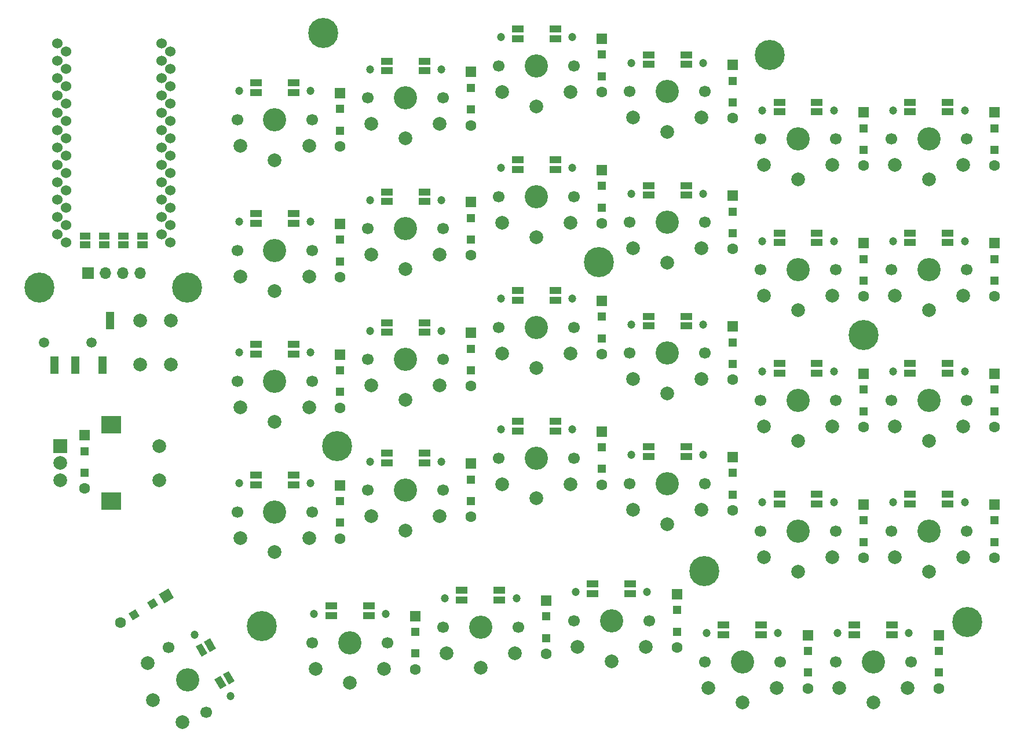
<source format=gbr>
%TF.GenerationSoftware,KiCad,Pcbnew,(5.1.8)-1*%
%TF.CreationDate,2021-02-13T18:12:48-08:00*%
%TF.ProjectId,Dualies,4475616c-6965-4732-9e6b-696361645f70,rev?*%
%TF.SameCoordinates,Original*%
%TF.FileFunction,Soldermask,Bot*%
%TF.FilePolarity,Negative*%
%FSLAX46Y46*%
G04 Gerber Fmt 4.6, Leading zero omitted, Abs format (unit mm)*
G04 Created by KiCad (PCBNEW (5.1.8)-1) date 2021-02-13 18:12:48*
%MOMM*%
%LPD*%
G01*
G04 APERTURE LIST*
%ADD10R,1.700000X1.000000*%
%ADD11C,0.100000*%
%ADD12C,1.200000*%
%ADD13C,2.000000*%
%ADD14C,1.700000*%
%ADD15C,3.400000*%
%ADD16C,4.400000*%
%ADD17C,0.700000*%
%ADD18R,1.600000X1.600000*%
%ADD19C,1.600000*%
%ADD20R,1.200000X1.200000*%
%ADD21R,1.200000X2.500000*%
%ADD22C,1.500000*%
%ADD23R,1.700000X1.700000*%
%ADD24O,1.700000X1.700000*%
%ADD25R,1.500000X1.000000*%
%ADD26R,3.000000X2.500000*%
%ADD27R,2.000000X2.000000*%
%ADD28C,1.524000*%
G04 APERTURE END LIST*
D10*
%TO.C,LED0*%
X96718750Y-36043750D03*
X102218750Y-34643750D03*
X96718750Y-34643750D03*
X102218750Y-36043750D03*
%TD*%
%TO.C,LED29*%
X184187500Y-115356250D03*
X189687500Y-113956250D03*
X184187500Y-113956250D03*
X189687500Y-115356250D03*
%TD*%
%TO.C,LED1*%
X115843750Y-32856250D03*
X121343750Y-31456250D03*
X115843750Y-31456250D03*
X121343750Y-32856250D03*
%TD*%
%TO.C,LED2*%
X134968750Y-28168750D03*
X140468750Y-26768750D03*
X134968750Y-26768750D03*
X140468750Y-28168750D03*
%TD*%
%TO.C,LED3*%
X154093750Y-31918750D03*
X159593750Y-30518750D03*
X154093750Y-30518750D03*
X159593750Y-31918750D03*
%TD*%
%TO.C,LED4*%
X173218750Y-38856250D03*
X178718750Y-37456250D03*
X173218750Y-37456250D03*
X178718750Y-38856250D03*
%TD*%
%TO.C,LED5*%
X192343750Y-38856250D03*
X197843750Y-37456250D03*
X192343750Y-37456250D03*
X197843750Y-38856250D03*
%TD*%
%TO.C,LED6*%
X102218750Y-53768750D03*
X96718750Y-55168750D03*
X102218750Y-55168750D03*
X96718750Y-53768750D03*
%TD*%
%TO.C,LED7*%
X121343750Y-50581250D03*
X115843750Y-51981250D03*
X121343750Y-51981250D03*
X115843750Y-50581250D03*
%TD*%
%TO.C,LED8*%
X140468750Y-45893750D03*
X134968750Y-47293750D03*
X140468750Y-47293750D03*
X134968750Y-45893750D03*
%TD*%
%TO.C,LED9*%
X159593750Y-49643750D03*
X154093750Y-51043750D03*
X159593750Y-51043750D03*
X154093750Y-49643750D03*
%TD*%
%TO.C,LED10*%
X178718750Y-56581250D03*
X173218750Y-57981250D03*
X178718750Y-57981250D03*
X173218750Y-56581250D03*
%TD*%
%TO.C,LED11*%
X197843750Y-56581250D03*
X192343750Y-57981250D03*
X197843750Y-57981250D03*
X192343750Y-56581250D03*
%TD*%
%TO.C,LED12*%
X96718750Y-74293750D03*
X102218750Y-72893750D03*
X96718750Y-72893750D03*
X102218750Y-74293750D03*
%TD*%
%TO.C,LED13*%
X115843750Y-71106250D03*
X121343750Y-69706250D03*
X115843750Y-69706250D03*
X121343750Y-71106250D03*
%TD*%
%TO.C,LED14*%
X134968750Y-66418750D03*
X140468750Y-65018750D03*
X134968750Y-65018750D03*
X140468750Y-66418750D03*
%TD*%
%TO.C,LED15*%
X154093750Y-70168750D03*
X159593750Y-68768750D03*
X154093750Y-68768750D03*
X159593750Y-70168750D03*
%TD*%
%TO.C,LED16*%
X173218750Y-77106250D03*
X178718750Y-75706250D03*
X173218750Y-75706250D03*
X178718750Y-77106250D03*
%TD*%
%TO.C,LED17*%
X192343750Y-77106250D03*
X197843750Y-75706250D03*
X192343750Y-75706250D03*
X197843750Y-77106250D03*
%TD*%
%TO.C,LED18*%
X102218750Y-92018750D03*
X96718750Y-93418750D03*
X102218750Y-93418750D03*
X96718750Y-92018750D03*
%TD*%
%TO.C,LED19*%
X121343750Y-88831250D03*
X115843750Y-90231250D03*
X121343750Y-90231250D03*
X115843750Y-88831250D03*
%TD*%
%TO.C,LED20*%
X140468750Y-84143750D03*
X134968750Y-85543750D03*
X140468750Y-85543750D03*
X134968750Y-84143750D03*
%TD*%
%TO.C,LED21*%
X159593750Y-87893750D03*
X154093750Y-89293750D03*
X159593750Y-89293750D03*
X154093750Y-87893750D03*
%TD*%
%TO.C,LED22*%
X178718750Y-94831250D03*
X173218750Y-96231250D03*
X178718750Y-96231250D03*
X173218750Y-94831250D03*
%TD*%
%TO.C,LED23*%
X197843750Y-94831250D03*
X192343750Y-96231250D03*
X197843750Y-96231250D03*
X192343750Y-94831250D03*
%TD*%
D11*
%TO.C,LED24*%
G36*
X89626795Y-118079552D02*
G01*
X88760769Y-118579552D01*
X87910769Y-117107308D01*
X88776795Y-116607308D01*
X89626795Y-118079552D01*
G37*
G36*
X93589231Y-122142692D02*
G01*
X92723205Y-122642692D01*
X91873205Y-121170448D01*
X92739231Y-120670448D01*
X93589231Y-122142692D01*
G37*
G36*
X90839231Y-117379552D02*
G01*
X89973205Y-117879552D01*
X89123205Y-116407308D01*
X89989231Y-115907308D01*
X90839231Y-117379552D01*
G37*
G36*
X92376795Y-122842692D02*
G01*
X91510769Y-123342692D01*
X90660769Y-121870448D01*
X91526795Y-121370448D01*
X92376795Y-122842692D01*
G37*
%TD*%
D10*
%TO.C,LED25*%
X107687500Y-112543750D03*
X113187500Y-111143750D03*
X107687500Y-111143750D03*
X113187500Y-112543750D03*
%TD*%
%TO.C,LED26*%
X126812500Y-110293750D03*
X132312500Y-108893750D03*
X126812500Y-108893750D03*
X132312500Y-110293750D03*
%TD*%
%TO.C,LED27*%
X145937500Y-109356250D03*
X151437500Y-107956250D03*
X145937500Y-107956250D03*
X151437500Y-109356250D03*
%TD*%
%TO.C,LED28*%
X165062500Y-115356250D03*
X170562500Y-113956250D03*
X165062500Y-113956250D03*
X170562500Y-115356250D03*
%TD*%
D12*
%TO.C,K11*%
X189873750Y-57768750D03*
X200313750Y-57768750D03*
D13*
X190093750Y-65768750D03*
X200093750Y-65768750D03*
X195093750Y-67868750D03*
D14*
X200593750Y-61968750D03*
X189593750Y-61968750D03*
D15*
X195093750Y-61968750D03*
%TD*%
D16*
%TO.C,REF\u002A\u002A*%
X65062500Y-64593750D03*
D17*
X66712500Y-64593750D03*
X66229226Y-65760476D03*
X65062500Y-66243750D03*
X63895774Y-65760476D03*
X63412500Y-64593750D03*
X63895774Y-63427024D03*
X65062500Y-62943750D03*
X66229226Y-63427024D03*
%TD*%
D16*
%TO.C,REF\u002A\u002A*%
X86625000Y-64593750D03*
D17*
X88275000Y-64593750D03*
X87791726Y-65760476D03*
X86625000Y-66243750D03*
X85458274Y-65760476D03*
X84975000Y-64593750D03*
X85458274Y-63427024D03*
X86625000Y-62943750D03*
X87791726Y-63427024D03*
%TD*%
D16*
%TO.C,REF\u002A\u002A*%
X185531250Y-71531250D03*
D17*
X187181250Y-71531250D03*
X186697976Y-72697976D03*
X185531250Y-73181250D03*
X184364524Y-72697976D03*
X183881250Y-71531250D03*
X184364524Y-70364524D03*
X185531250Y-69881250D03*
X186697976Y-70364524D03*
%TD*%
D16*
%TO.C,REF\u002A\u002A*%
X146812500Y-60843750D03*
D17*
X148462500Y-60843750D03*
X147979226Y-62010476D03*
X146812500Y-62493750D03*
X145645774Y-62010476D03*
X145162500Y-60843750D03*
X145645774Y-59677024D03*
X146812500Y-59193750D03*
X147979226Y-59677024D03*
%TD*%
%TO.C,REF\u002A\u002A*%
X98760476Y-112927024D03*
X97593750Y-112443750D03*
X96427024Y-112927024D03*
X95943750Y-114093750D03*
X96427024Y-115260476D03*
X97593750Y-115743750D03*
X98760476Y-115260476D03*
X99243750Y-114093750D03*
D16*
X97593750Y-114093750D03*
%TD*%
D17*
%TO.C,REF\u002A\u002A*%
X163447976Y-104864524D03*
X162281250Y-104381250D03*
X161114524Y-104864524D03*
X160631250Y-106031250D03*
X161114524Y-107197976D03*
X162281250Y-107681250D03*
X163447976Y-107197976D03*
X163931250Y-106031250D03*
D16*
X162281250Y-106031250D03*
%TD*%
D17*
%TO.C,REF\u002A\u002A*%
X201885476Y-112364524D03*
X200718750Y-111881250D03*
X199552024Y-112364524D03*
X199068750Y-113531250D03*
X199552024Y-114697976D03*
X200718750Y-115181250D03*
X201885476Y-114697976D03*
X202368750Y-113531250D03*
D16*
X200718750Y-113531250D03*
%TD*%
D17*
%TO.C,REF\u002A\u002A*%
X107718750Y-26156250D03*
X106552024Y-25672976D03*
X105385298Y-26156250D03*
X104902024Y-27322976D03*
X105385298Y-28489702D03*
X106552024Y-28972976D03*
X107718750Y-28489702D03*
X108202024Y-27322976D03*
D16*
X106552024Y-27322976D03*
%TD*%
D17*
%TO.C,REF\u002A\u002A*%
X173010476Y-29395774D03*
X171843750Y-28912500D03*
X170677024Y-29395774D03*
X170193750Y-30562500D03*
X170677024Y-31729226D03*
X171843750Y-32212500D03*
X173010476Y-31729226D03*
X173493750Y-30562500D03*
D16*
X171843750Y-30562500D03*
%TD*%
%TO.C,REF\u002A\u002A*%
X108562500Y-87750000D03*
D17*
X110212500Y-87750000D03*
X109729226Y-88916726D03*
X108562500Y-89400000D03*
X107395774Y-88916726D03*
X106912500Y-87750000D03*
X107395774Y-86583274D03*
X108562500Y-86100000D03*
X109729226Y-86583274D03*
%TD*%
D15*
%TO.C,K28*%
X167812500Y-119343750D03*
D14*
X162312500Y-119343750D03*
X173312500Y-119343750D03*
D13*
X167812500Y-125243750D03*
X172812500Y-123143750D03*
X162812500Y-123143750D03*
D12*
X173032500Y-115143750D03*
X162592500Y-115143750D03*
%TD*%
%TO.C,K8*%
X132498750Y-47081250D03*
X142938750Y-47081250D03*
D13*
X132718750Y-55081250D03*
X142718750Y-55081250D03*
X137718750Y-57181250D03*
D14*
X143218750Y-51281250D03*
X132218750Y-51281250D03*
D15*
X137718750Y-51281250D03*
%TD*%
D12*
%TO.C,K24*%
X87746057Y-115348097D03*
X92966057Y-124389403D03*
D13*
X80927853Y-119538623D03*
X85927853Y-128198877D03*
X81609200Y-124918750D03*
D14*
X89468750Y-126731890D03*
X83968750Y-117205610D03*
D15*
X86718750Y-121968750D03*
%TD*%
D18*
%TO.C,D0*%
X109031250Y-36131250D03*
D19*
X109031250Y-43931250D03*
X109031250Y-43931250D03*
D20*
X109031250Y-41606250D03*
D18*
X109031250Y-36131250D03*
D20*
X109031250Y-38456250D03*
%TD*%
%TO.C,D1*%
X128156250Y-35362500D03*
D18*
X128156250Y-33037500D03*
D20*
X128156250Y-38512500D03*
D19*
X128156250Y-40837500D03*
X128156250Y-40837500D03*
D18*
X128156250Y-33037500D03*
%TD*%
%TO.C,D2*%
X147281250Y-28162500D03*
D19*
X147281250Y-35962500D03*
X147281250Y-35962500D03*
D20*
X147281250Y-33637500D03*
D18*
X147281250Y-28162500D03*
D20*
X147281250Y-30487500D03*
%TD*%
%TO.C,D3*%
X166406250Y-34331250D03*
D18*
X166406250Y-32006250D03*
D20*
X166406250Y-37481250D03*
D19*
X166406250Y-39806250D03*
X166406250Y-39806250D03*
D18*
X166406250Y-32006250D03*
%TD*%
%TO.C,D4*%
X185531250Y-38943750D03*
D19*
X185531250Y-46743750D03*
X185531250Y-46743750D03*
D20*
X185531250Y-44418750D03*
D18*
X185531250Y-38943750D03*
D20*
X185531250Y-41268750D03*
%TD*%
D18*
%TO.C,D5*%
X204656250Y-38943750D03*
D19*
X204656250Y-46743750D03*
X204656250Y-46743750D03*
D20*
X204656250Y-44418750D03*
D18*
X204656250Y-38943750D03*
D20*
X204656250Y-41268750D03*
%TD*%
%TO.C,D6*%
X109031250Y-57581250D03*
D18*
X109031250Y-55256250D03*
D20*
X109031250Y-60731250D03*
D19*
X109031250Y-63056250D03*
X109031250Y-63056250D03*
D18*
X109031250Y-55256250D03*
%TD*%
%TO.C,D7*%
X128156250Y-52068750D03*
D19*
X128156250Y-59868750D03*
X128156250Y-59868750D03*
D20*
X128156250Y-57543750D03*
D18*
X128156250Y-52068750D03*
D20*
X128156250Y-54393750D03*
%TD*%
%TO.C,D8*%
X147281250Y-49706250D03*
D18*
X147281250Y-47381250D03*
D20*
X147281250Y-52856250D03*
D19*
X147281250Y-55181250D03*
X147281250Y-55181250D03*
D18*
X147281250Y-47381250D03*
%TD*%
%TO.C,D9*%
X166406250Y-51131250D03*
D19*
X166406250Y-58931250D03*
X166406250Y-58931250D03*
D20*
X166406250Y-56606250D03*
D18*
X166406250Y-51131250D03*
D20*
X166406250Y-53456250D03*
%TD*%
%TO.C,D10*%
X185531250Y-60393750D03*
D18*
X185531250Y-58068750D03*
D20*
X185531250Y-63543750D03*
D19*
X185531250Y-65868750D03*
X185531250Y-65868750D03*
D18*
X185531250Y-58068750D03*
%TD*%
D20*
%TO.C,D11*%
X204656250Y-60393750D03*
D18*
X204656250Y-58068750D03*
D20*
X204656250Y-63543750D03*
D19*
X204656250Y-65868750D03*
X204656250Y-65868750D03*
D18*
X204656250Y-58068750D03*
%TD*%
%TO.C,D12*%
X109031250Y-74381250D03*
D19*
X109031250Y-82181250D03*
X109031250Y-82181250D03*
D20*
X109031250Y-79856250D03*
D18*
X109031250Y-74381250D03*
D20*
X109031250Y-76706250D03*
%TD*%
%TO.C,D13*%
X128156250Y-73518750D03*
D18*
X128156250Y-71193750D03*
D20*
X128156250Y-76668750D03*
D19*
X128156250Y-78993750D03*
X128156250Y-78993750D03*
D18*
X128156250Y-71193750D03*
%TD*%
%TO.C,D14*%
X147281250Y-66525000D03*
D19*
X147281250Y-74325000D03*
X147281250Y-74325000D03*
D20*
X147281250Y-72000000D03*
D18*
X147281250Y-66525000D03*
D20*
X147281250Y-68850000D03*
%TD*%
%TO.C,D15*%
X166406250Y-72581250D03*
D18*
X166406250Y-70256250D03*
D20*
X166406250Y-75731250D03*
D19*
X166406250Y-78056250D03*
X166406250Y-78056250D03*
D18*
X166406250Y-70256250D03*
%TD*%
%TO.C,D16*%
X185531250Y-77193750D03*
D19*
X185531250Y-84993750D03*
X185531250Y-84993750D03*
D20*
X185531250Y-82668750D03*
D18*
X185531250Y-77193750D03*
D20*
X185531250Y-79518750D03*
%TD*%
%TO.C,D17*%
X204656250Y-79518750D03*
D18*
X204656250Y-77193750D03*
D20*
X204656250Y-82668750D03*
D19*
X204656250Y-84993750D03*
X204656250Y-84993750D03*
D18*
X204656250Y-77193750D03*
%TD*%
%TO.C,D18*%
X109031250Y-93506250D03*
D19*
X109031250Y-101306250D03*
X109031250Y-101306250D03*
D20*
X109031250Y-98981250D03*
D18*
X109031250Y-93506250D03*
D20*
X109031250Y-95831250D03*
%TD*%
D18*
%TO.C,D19*%
X128156250Y-90318750D03*
D19*
X128156250Y-98118750D03*
X128156250Y-98118750D03*
D20*
X128156250Y-95793750D03*
D18*
X128156250Y-90318750D03*
D20*
X128156250Y-92643750D03*
%TD*%
D18*
%TO.C,D20*%
X147281250Y-85631250D03*
D19*
X147281250Y-93431250D03*
X147281250Y-93431250D03*
D20*
X147281250Y-91106250D03*
D18*
X147281250Y-85631250D03*
D20*
X147281250Y-87956250D03*
%TD*%
%TO.C,D21*%
X166406250Y-91706250D03*
D18*
X166406250Y-89381250D03*
D20*
X166406250Y-94856250D03*
D19*
X166406250Y-97181250D03*
X166406250Y-97181250D03*
D18*
X166406250Y-89381250D03*
%TD*%
%TO.C,D22*%
X185531250Y-96318750D03*
D19*
X185531250Y-104118750D03*
X185531250Y-104118750D03*
D20*
X185531250Y-101793750D03*
D18*
X185531250Y-96318750D03*
D20*
X185531250Y-98643750D03*
%TD*%
%TO.C,D23*%
X204656250Y-98643750D03*
D18*
X204656250Y-96318750D03*
D20*
X204656250Y-101793750D03*
D19*
X204656250Y-104118750D03*
X204656250Y-104118750D03*
D18*
X204656250Y-96318750D03*
%TD*%
D11*
%TO.C,D24*%
G36*
X83920319Y-108613430D02*
G01*
X84720319Y-109999070D01*
X83334679Y-110799070D01*
X82534679Y-109413430D01*
X83920319Y-108613430D01*
G37*
D19*
X76872501Y-113606250D03*
X76872501Y-113606250D03*
D11*
G36*
X79105625Y-111624135D02*
G01*
X79705625Y-112663365D01*
X78666395Y-113263365D01*
X78066395Y-112224135D01*
X79105625Y-111624135D01*
G37*
G36*
X83920319Y-108613430D02*
G01*
X84720319Y-109999070D01*
X83334679Y-110799070D01*
X82534679Y-109413430D01*
X83920319Y-108613430D01*
G37*
G36*
X81833605Y-110049135D02*
G01*
X82433605Y-111088365D01*
X81394375Y-111688365D01*
X80794375Y-110649135D01*
X81833605Y-110049135D01*
G37*
%TD*%
D20*
%TO.C,D25*%
X120000000Y-114956250D03*
D18*
X120000000Y-112631250D03*
D20*
X120000000Y-118106250D03*
D19*
X120000000Y-120431250D03*
X120000000Y-120431250D03*
D18*
X120000000Y-112631250D03*
%TD*%
%TO.C,D26*%
X139125000Y-110381250D03*
D19*
X139125000Y-118181250D03*
X139125000Y-118181250D03*
D20*
X139125000Y-115856250D03*
D18*
X139125000Y-110381250D03*
D20*
X139125000Y-112706250D03*
%TD*%
%TO.C,D27*%
X158250000Y-111768750D03*
D18*
X158250000Y-109443750D03*
D20*
X158250000Y-114918750D03*
D19*
X158250000Y-117243750D03*
X158250000Y-117243750D03*
D18*
X158250000Y-109443750D03*
%TD*%
%TO.C,D28*%
X177375000Y-115443750D03*
D19*
X177375000Y-123243750D03*
X177375000Y-123243750D03*
D20*
X177375000Y-120918750D03*
D18*
X177375000Y-115443750D03*
D20*
X177375000Y-117768750D03*
%TD*%
%TO.C,D29*%
X196500000Y-117768750D03*
D18*
X196500000Y-115443750D03*
D20*
X196500000Y-120918750D03*
D19*
X196500000Y-123243750D03*
X196500000Y-123243750D03*
D18*
X196500000Y-115443750D03*
%TD*%
D20*
%TO.C,D30*%
X71625000Y-88518750D03*
D18*
X71625000Y-86193750D03*
D20*
X71625000Y-91668750D03*
D19*
X71625000Y-93993750D03*
X71625000Y-93993750D03*
D18*
X71625000Y-86193750D03*
%TD*%
D21*
%TO.C,J0*%
X75391750Y-69406250D03*
X74291750Y-75906250D03*
X70291750Y-75906250D03*
D22*
X65691750Y-72656250D03*
X72691750Y-72656250D03*
D21*
X67291750Y-75906250D03*
D22*
X72691750Y-72656250D03*
X65691750Y-72656250D03*
%TD*%
D23*
%TO.C,J1*%
X72187500Y-62437500D03*
D24*
X74727500Y-62437500D03*
X77267500Y-62437500D03*
X79807500Y-62437500D03*
%TD*%
D25*
%TO.C,JP5*%
X71718750Y-57006250D03*
X71718750Y-58306250D03*
%TD*%
%TO.C,JP6*%
X74531250Y-58306250D03*
X74531250Y-57006250D03*
%TD*%
%TO.C,JP7*%
X77343750Y-57006250D03*
X77343750Y-58306250D03*
%TD*%
%TO.C,JP8*%
X80156250Y-58306250D03*
X80156250Y-57006250D03*
%TD*%
D15*
%TO.C,K0*%
X99468750Y-40031250D03*
D14*
X93968750Y-40031250D03*
X104968750Y-40031250D03*
D13*
X99468750Y-45931250D03*
X104468750Y-43831250D03*
X94468750Y-43831250D03*
D12*
X104688750Y-35831250D03*
X94248750Y-35831250D03*
%TD*%
%TO.C,K1*%
X113373750Y-32643750D03*
X123813750Y-32643750D03*
D13*
X113593750Y-40643750D03*
X123593750Y-40643750D03*
X118593750Y-42743750D03*
D14*
X124093750Y-36843750D03*
X113093750Y-36843750D03*
D15*
X118593750Y-36843750D03*
%TD*%
%TO.C,K2*%
X137718750Y-32156250D03*
D14*
X132218750Y-32156250D03*
X143218750Y-32156250D03*
D13*
X137718750Y-38056250D03*
X142718750Y-35956250D03*
X132718750Y-35956250D03*
D12*
X142938750Y-27956250D03*
X132498750Y-27956250D03*
%TD*%
D15*
%TO.C,K3*%
X156843750Y-35906250D03*
D14*
X151343750Y-35906250D03*
X162343750Y-35906250D03*
D13*
X156843750Y-41806250D03*
X161843750Y-39706250D03*
X151843750Y-39706250D03*
D12*
X162063750Y-31706250D03*
X151623750Y-31706250D03*
%TD*%
%TO.C,K4*%
X170748750Y-38643750D03*
X181188750Y-38643750D03*
D13*
X170968750Y-46643750D03*
X180968750Y-46643750D03*
X175968750Y-48743750D03*
D14*
X181468750Y-42843750D03*
X170468750Y-42843750D03*
D15*
X175968750Y-42843750D03*
%TD*%
%TO.C,K5*%
X195093750Y-42843750D03*
D14*
X189593750Y-42843750D03*
X200593750Y-42843750D03*
D13*
X195093750Y-48743750D03*
X200093750Y-46643750D03*
X190093750Y-46643750D03*
D12*
X200313750Y-38643750D03*
X189873750Y-38643750D03*
%TD*%
D15*
%TO.C,K6*%
X99468750Y-59156250D03*
D14*
X93968750Y-59156250D03*
X104968750Y-59156250D03*
D13*
X99468750Y-65056250D03*
X104468750Y-62956250D03*
X94468750Y-62956250D03*
D12*
X104688750Y-54956250D03*
X94248750Y-54956250D03*
%TD*%
D15*
%TO.C,K7*%
X118593750Y-55968750D03*
D14*
X113093750Y-55968750D03*
X124093750Y-55968750D03*
D13*
X118593750Y-61868750D03*
X123593750Y-59768750D03*
X113593750Y-59768750D03*
D12*
X123813750Y-51768750D03*
X113373750Y-51768750D03*
%TD*%
%TO.C,K9*%
X151623750Y-50831250D03*
X162063750Y-50831250D03*
D13*
X151843750Y-58831250D03*
X161843750Y-58831250D03*
X156843750Y-60931250D03*
D14*
X162343750Y-55031250D03*
X151343750Y-55031250D03*
D15*
X156843750Y-55031250D03*
%TD*%
D12*
%TO.C,K10*%
X170748750Y-57768750D03*
X181188750Y-57768750D03*
D13*
X170968750Y-65768750D03*
X180968750Y-65768750D03*
X175968750Y-67868750D03*
D14*
X181468750Y-61968750D03*
X170468750Y-61968750D03*
D15*
X175968750Y-61968750D03*
%TD*%
D12*
%TO.C,K12*%
X94248750Y-74081250D03*
X104688750Y-74081250D03*
D13*
X94468750Y-82081250D03*
X104468750Y-82081250D03*
X99468750Y-84181250D03*
D14*
X104968750Y-78281250D03*
X93968750Y-78281250D03*
D15*
X99468750Y-78281250D03*
%TD*%
D12*
%TO.C,K13*%
X113373750Y-70893750D03*
X123813750Y-70893750D03*
D13*
X113593750Y-78893750D03*
X123593750Y-78893750D03*
X118593750Y-80993750D03*
D14*
X124093750Y-75093750D03*
X113093750Y-75093750D03*
D15*
X118593750Y-75093750D03*
%TD*%
%TO.C,K14*%
X137718750Y-70406250D03*
D14*
X132218750Y-70406250D03*
X143218750Y-70406250D03*
D13*
X137718750Y-76306250D03*
X142718750Y-74206250D03*
X132718750Y-74206250D03*
D12*
X142938750Y-66206250D03*
X132498750Y-66206250D03*
%TD*%
D15*
%TO.C,K15*%
X156843750Y-74156250D03*
D14*
X151343750Y-74156250D03*
X162343750Y-74156250D03*
D13*
X156843750Y-80056250D03*
X161843750Y-77956250D03*
X151843750Y-77956250D03*
D12*
X162063750Y-69956250D03*
X151623750Y-69956250D03*
%TD*%
%TO.C,K16*%
X170748750Y-76893750D03*
X181188750Y-76893750D03*
D13*
X170968750Y-84893750D03*
X180968750Y-84893750D03*
X175968750Y-86993750D03*
D14*
X181468750Y-81093750D03*
X170468750Y-81093750D03*
D15*
X175968750Y-81093750D03*
%TD*%
%TO.C,K17*%
X195093750Y-81093750D03*
D14*
X189593750Y-81093750D03*
X200593750Y-81093750D03*
D13*
X195093750Y-86993750D03*
X200093750Y-84893750D03*
X190093750Y-84893750D03*
D12*
X200313750Y-76893750D03*
X189873750Y-76893750D03*
%TD*%
D15*
%TO.C,K18*%
X99468750Y-97406250D03*
D14*
X93968750Y-97406250D03*
X104968750Y-97406250D03*
D13*
X99468750Y-103306250D03*
X104468750Y-101206250D03*
X94468750Y-101206250D03*
D12*
X104688750Y-93206250D03*
X94248750Y-93206250D03*
%TD*%
D15*
%TO.C,K19*%
X118593750Y-94218750D03*
D14*
X113093750Y-94218750D03*
X124093750Y-94218750D03*
D13*
X118593750Y-100118750D03*
X123593750Y-98018750D03*
X113593750Y-98018750D03*
D12*
X123813750Y-90018750D03*
X113373750Y-90018750D03*
%TD*%
D15*
%TO.C,K20*%
X137718750Y-89531250D03*
D14*
X132218750Y-89531250D03*
X143218750Y-89531250D03*
D13*
X137718750Y-95431250D03*
X142718750Y-93331250D03*
X132718750Y-93331250D03*
D12*
X142938750Y-85331250D03*
X132498750Y-85331250D03*
%TD*%
%TO.C,K21*%
X151623750Y-89081250D03*
X162063750Y-89081250D03*
D13*
X151843750Y-97081250D03*
X161843750Y-97081250D03*
X156843750Y-99181250D03*
D14*
X162343750Y-93281250D03*
X151343750Y-93281250D03*
D15*
X156843750Y-93281250D03*
%TD*%
D12*
%TO.C,K22*%
X170748750Y-96018750D03*
X181188750Y-96018750D03*
D13*
X170968750Y-104018750D03*
X180968750Y-104018750D03*
X175968750Y-106118750D03*
D14*
X181468750Y-100218750D03*
X170468750Y-100218750D03*
D15*
X175968750Y-100218750D03*
%TD*%
D12*
%TO.C,K23*%
X189873750Y-96018750D03*
X200313750Y-96018750D03*
D13*
X190093750Y-104018750D03*
X200093750Y-104018750D03*
X195093750Y-106118750D03*
D14*
X200593750Y-100218750D03*
X189593750Y-100218750D03*
D15*
X195093750Y-100218750D03*
%TD*%
D12*
%TO.C,K25*%
X105217500Y-112331250D03*
X115657500Y-112331250D03*
D13*
X105437500Y-120331250D03*
X115437500Y-120331250D03*
X110437500Y-122431250D03*
D14*
X115937500Y-116531250D03*
X104937500Y-116531250D03*
D15*
X110437500Y-116531250D03*
%TD*%
D12*
%TO.C,K26*%
X124342500Y-110081250D03*
X134782500Y-110081250D03*
D13*
X124562500Y-118081250D03*
X134562500Y-118081250D03*
X129562500Y-120181250D03*
D14*
X135062500Y-114281250D03*
X124062500Y-114281250D03*
D15*
X129562500Y-114281250D03*
%TD*%
%TO.C,K27*%
X148687500Y-113343750D03*
D14*
X143187500Y-113343750D03*
X154187500Y-113343750D03*
D13*
X148687500Y-119243750D03*
X153687500Y-117143750D03*
X143687500Y-117143750D03*
D12*
X153907500Y-109143750D03*
X143467500Y-109143750D03*
%TD*%
D15*
%TO.C,K29*%
X186937500Y-119343750D03*
D14*
X181437500Y-119343750D03*
X192437500Y-119343750D03*
D13*
X186937500Y-125243750D03*
X191937500Y-123143750D03*
X181937500Y-123143750D03*
D12*
X192157500Y-115143750D03*
X181717500Y-115143750D03*
%TD*%
D13*
%TO.C,SW0*%
X79781250Y-69375000D03*
X84281250Y-69375000D03*
X79781250Y-75875000D03*
X84281250Y-75875000D03*
%TD*%
%TO.C,SW1*%
X82562500Y-92750000D03*
X82562500Y-87750000D03*
D26*
X75562500Y-95850000D03*
X75562500Y-84650000D03*
D13*
X68062500Y-92750000D03*
X68062500Y-90250000D03*
D27*
X68062500Y-87750000D03*
%TD*%
D28*
%TO.C,U0*%
X68947500Y-35103750D03*
X84187500Y-52883750D03*
X68947500Y-45263750D03*
X84187500Y-42723750D03*
X84187500Y-37643750D03*
X68947500Y-55423750D03*
X84187500Y-35103750D03*
X84187500Y-30023750D03*
X68947500Y-50343750D03*
X84187500Y-57963750D03*
X68947500Y-42723750D03*
X68947500Y-32563750D03*
X68947500Y-37643750D03*
X68947500Y-40183750D03*
X68947500Y-52883750D03*
X68947500Y-47803750D03*
X84187500Y-50343750D03*
X84187500Y-47803750D03*
X68947500Y-57963750D03*
X84187500Y-55423750D03*
X84187500Y-32563750D03*
X68947500Y-30023750D03*
X84187500Y-45263750D03*
X84187500Y-40183750D03*
X67648685Y-28828005D03*
X67648685Y-31368005D03*
X67648685Y-33908005D03*
X67648685Y-36448005D03*
X67648685Y-38988005D03*
X67648685Y-41528005D03*
X67648685Y-44068005D03*
X67648685Y-46608005D03*
X67648685Y-49148005D03*
X67648685Y-51688005D03*
X67648685Y-54228005D03*
X67648685Y-56768005D03*
X82888685Y-56768005D03*
X82888685Y-54228005D03*
X82888685Y-51688005D03*
X82888685Y-49148005D03*
X82888685Y-46608005D03*
X82888685Y-44068005D03*
X82888685Y-41528005D03*
X82888685Y-38988005D03*
X82888685Y-36448005D03*
X82888685Y-33908005D03*
X82888685Y-31368005D03*
X82888685Y-28828005D03*
%TD*%
M02*

</source>
